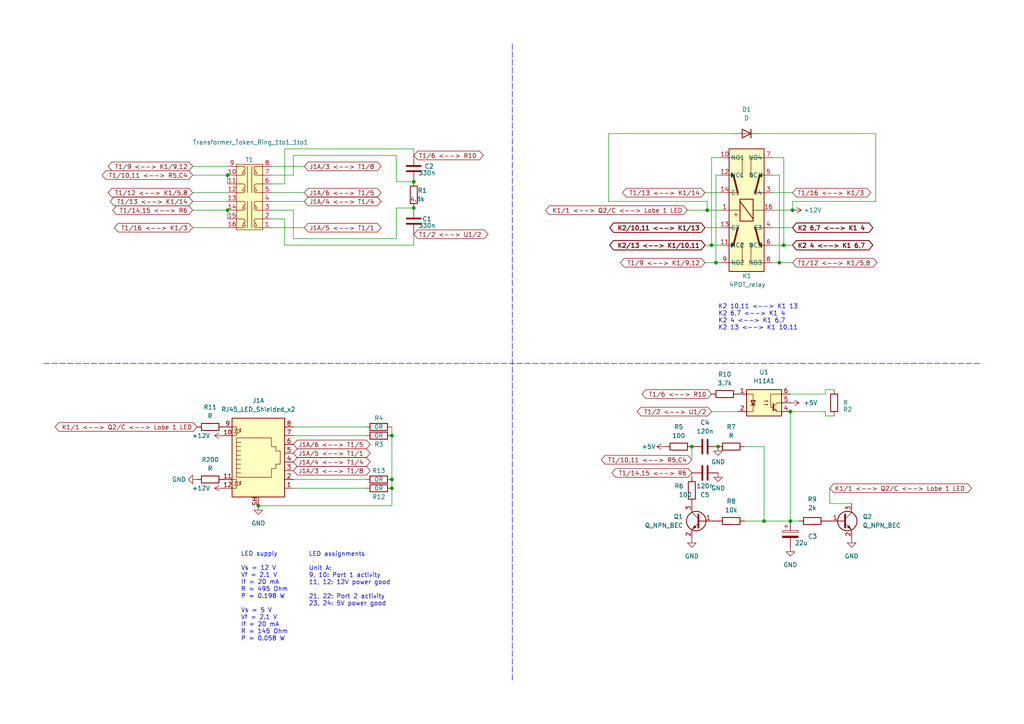
<source format=kicad_sch>
(kicad_sch (version 20211123) (generator eeschema)
  (paper "A4")
  (title_block (title "MAUreene 8226 - Token Ring MAU") (rev "1") (company "Author: Alexander Huemer") (comment 1 "https://github.com/blackbit42/MAUreene_8226") (comment 2 "License: CERN OHL-P-2.0") (comment 3 "A Token Ring (IEEE 802.5) Media Access Unit (MAU)") (comment 4 "Author: Alexander Huemer"))
  (lib_symbols
    (symbol "Connector:RJ45_LED_Shielded_x2"
      (property "Reference" "J" (at -5.08 13.97 0))
      (property "Value" "RJ45_LED_Shielded_x2" (at 1.27 13.97 0))
      (symbol "RJ45_LED_Shielded_x2_0_1"
        (polyline (pts (xy -7.62 -7.62) (xy -6.35 -7.62)))
        (polyline (pts (xy -7.62 -5.08) (xy -6.35 -5.08)))
        (polyline (pts (xy -7.62 7.62) (xy -6.35 7.62)))
        (polyline (pts (xy -7.62 10.16) (xy -6.35 10.16)))
        (polyline (pts (xy -6.858 -5.842) (xy -5.842 -5.842)))
        (polyline (pts (xy -6.858 9.398) (xy -5.842 9.398)))
        (polyline (pts (xy -6.35 -7.62) (xy -6.35 -6.858)))
        (polyline (pts (xy -6.35 -5.08) (xy -6.35 -5.842)))
        (polyline (pts (xy -6.35 7.62) (xy -6.35 8.382)))
        (polyline (pts (xy -6.35 10.16) (xy -6.35 9.398)))
        (polyline (pts (xy -5.08 -6.223) (xy -5.207 -6.604)))
        (polyline (pts (xy -5.08 -5.588) (xy -5.207 -5.969)))
        (polyline (pts (xy -5.08 4.445) (xy -6.35 4.445)))
        (polyline (pts (xy -5.08 5.715) (xy -6.35 5.715)))
        (polyline (pts (xy -5.08 9.017) (xy -5.207 8.636)))
        (polyline (pts (xy -5.08 9.652) (xy -5.207 9.271)))
        (polyline (pts (xy -6.35 -3.175) (xy -5.08 -3.175) (xy -5.08 -3.175)))
        (polyline (pts (xy -6.35 -1.905) (xy -5.08 -1.905) (xy -5.08 -1.905)))
        (polyline (pts (xy -6.35 -0.635) (xy -5.08 -0.635) (xy -5.08 -0.635)))
        (polyline (pts (xy -6.35 0.635) (xy -5.08 0.635) (xy -5.08 0.635)))
        (polyline (pts (xy -6.35 1.905) (xy -5.08 1.905) (xy -5.08 1.905)))
        (polyline (pts (xy -5.588 -6.731) (xy -5.08 -6.223) (xy -5.461 -6.35)))
        (polyline (pts (xy -5.588 -6.096) (xy -5.08 -5.588) (xy -5.461 -5.715)))
        (polyline (pts (xy -5.588 8.509) (xy -5.08 9.017) (xy -5.461 8.89)))
        (polyline (pts (xy -5.588 9.144) (xy -5.08 9.652) (xy -5.461 9.525)))
        (polyline (pts (xy -5.08 3.175) (xy -6.35 3.175) (xy -6.35 3.175)))
        (polyline (pts (xy -6.35 -5.842) (xy -6.858 -6.858) (xy -5.842 -6.858) (xy -6.35 -5.842)))
        (polyline (pts (xy -6.35 9.398) (xy -6.858 8.382) (xy -5.842 8.382) (xy -6.35 9.398)))
        (polyline (pts (xy -6.35 -4.445) (xy -6.35 6.985) (xy 3.81 6.985) (xy 3.81 4.445) (xy 5.08 4.445) (xy 5.08 3.175) (xy 6.35 3.175) (xy 6.35 -0.635) (xy 5.08 -0.635) (xy 5.08 -1.905) (xy 3.81 -1.905) (xy 3.81 -4.445) (xy -6.35 -4.445) (xy -6.35 -4.445)))
        (rectangle (start 7.62 12.7) (end -7.62 -10.16) (stroke (width 0.254)) (fill (type background)))
      )
      (symbol "RJ45_LED_Shielded_x2_1_1"
        (pin passive line (at 10.16 -7.62 180) (length 2.54) (name "~") (number "1"))
        (pin passive line (at -10.16 7.62 0) (length 2.54) (name "~") (number "10"))
        (pin passive line (at -10.16 -5.08 0) (length 2.54) (name "~") (number "11"))
        (pin passive line (at -10.16 -7.62 0) (length 2.54) (name "~") (number "12"))
        (pin passive line (at 10.16 -5.08 180) (length 2.54) (name "~") (number "2"))
        (pin passive line (at 10.16 -2.54 180) (length 2.54) (name "~") (number "3"))
        (pin passive line (at 10.16 0 180) (length 2.54) (name "~") (number "4"))
        (pin passive line (at 10.16 2.54 180) (length 2.54) (name "~") (number "5"))
        (pin passive line (at 10.16 5.08 180) (length 2.54) (name "~") (number "6"))
        (pin passive line (at 10.16 7.62 180) (length 2.54) (name "~") (number "7"))
        (pin passive line (at 10.16 10.16 180) (length 2.54) (name "~") (number "8"))
        (pin passive line (at -10.16 10.16 0) (length 2.54) (name "~") (number "9"))
        (pin passive line (at 0 -12.7 90) (length 2.54) (name "~") (number "SH"))
      )
      (symbol "RJ45_LED_Shielded_x2_2_1"
        (pin passive line (at 10.16 -7.62 180) (length 2.54) (name "~") (number "13"))
        (pin passive line (at 10.16 -5.08 180) (length 2.54) (name "~") (number "14"))
        (pin passive line (at 10.16 -2.54 180) (length 2.54) (name "~") (number "15"))
        (pin passive line (at 10.16 0 180) (length 2.54) (name "~") (number "16"))
        (pin passive line (at 10.16 2.54 180) (length 2.54) (name "~") (number "17"))
        (pin passive line (at 10.16 5.08 180) (length 2.54) (name "~") (number "18"))
        (pin passive line (at 10.16 7.62 180) (length 2.54) (name "~") (number "19"))
        (pin passive line (at 10.16 10.16 180) (length 2.54) (name "~") (number "20"))
        (pin passive line (at -10.16 10.16 0) (length 2.54) (name "~") (number "21"))
        (pin passive line (at -10.16 7.62 0) (length 2.54) (name "~") (number "22"))
        (pin passive line (at -10.16 -5.08 0) (length 2.54) (name "~") (number "23"))
        (pin passive line (at -10.16 -7.62 0) (length 2.54) (name "~") (number "24"))
        (pin passive line (at 0 -12.7 90) (length 2.54) (name "~") (number "SH"))
      )
    )
    (symbol "Device:C" (pin_numbers hide) (pin_names (offset 0.254))
      (property "Reference" "C" (at 0.635 2.54 0))
      (property "Value" "C" (at 0.635 -2.54 0))
      (symbol "C_0_1"
        (polyline (pts (xy -2.032 -0.762) (xy 2.032 -0.762)) (stroke (width 0.508)))
        (polyline (pts (xy -2.032 0.762) (xy 2.032 0.762)) (stroke (width 0.508)))
      )
      (symbol "C_1_1"
        (pin passive line (at 0 3.81 270) (length 2.794) (name "~") (number "1"))
        (pin passive line (at 0 -3.81 90) (length 2.794) (name "~") (number "2"))
      )
    )
    (symbol "Device:C_Polarized" (pin_numbers hide) (pin_names (offset 0.254))
      (property "Reference" "C" (at 0.635 2.54 0))
      (property "Value" "C_Polarized" (at 0.635 -2.54 0))
      (symbol "C_Polarized_0_1"
        (rectangle (start -2.286 0.508) (end 2.286 1.016))
        (polyline (pts (xy -1.778 2.286) (xy -0.762 2.286)))
        (polyline (pts (xy -1.27 2.794) (xy -1.27 1.778)))
        (rectangle (start 2.286 -0.508) (end -2.286 -1.016) (fill (type outline)))
      )
      (symbol "C_Polarized_1_1"
        (pin passive line (at 0 3.81 270) (length 2.794) (name "~") (number "1"))
        (pin passive line (at 0 -3.81 90) (length 2.794) (name "~") (number "2"))
      )
    )
    (symbol "Device:D" (pin_numbers hide) (pin_names (offset 1.016) hide)
      (property "Reference" "D" (at 0 2.54 0))
      (property "Value" "D" (at 0 -2.54 0))
      (symbol "D_0_1"
        (polyline (pts (xy -1.27 1.27) (xy -1.27 -1.27)) (stroke (width 0.254)))
        (polyline (pts (xy 1.27 0) (xy -1.27 0)))
        (polyline (pts (xy 1.27 1.27) (xy 1.27 -1.27) (xy -1.27 0) (xy 1.27 1.27)) (stroke (width 0.254)))
      )
      (symbol "D_1_1"
        (pin passive line (at -3.81 0 0) (length 2.54) (name "K") (number "1"))
        (pin passive line (at 3.81 0 180) (length 2.54) (name "A") (number "2"))
      )
    )
    (symbol "Device:Q_NPN_BEC" (pin_names (offset 0) hide)
      (property "Reference" "Q" (at 5.08 1.27 0))
      (property "Value" "Q_NPN_BEC" (at 5.08 -1.27 0))
      (symbol "Q_NPN_BEC_0_1"
        (polyline (pts (xy 0.635 0.635) (xy 2.54 2.54)))
        (polyline (pts (xy 0.635 -0.635) (xy 2.54 -2.54) (xy 2.54 -2.54)))
        (polyline (pts (xy 0.635 1.905) (xy 0.635 -1.905) (xy 0.635 -1.905)) (stroke (width 0.508)))
        (polyline (pts (xy 1.27 -1.778) (xy 1.778 -1.27) (xy 2.286 -2.286) (xy 1.27 -1.778) (xy 1.27 -1.778)) (fill (type outline)))
        (circle (center 1.27 0) (radius 2.8194) (stroke (width 0.254)))
      )
      (symbol "Q_NPN_BEC_1_1"
        (pin input line (at -5.08 0 0) (length 5.715) (name "B") (number "1"))
        (pin passive line (at 2.54 -5.08 90) (length 2.54) (name "E") (number "2"))
        (pin passive line (at 2.54 5.08 270) (length 2.54) (name "C") (number "3"))
      )
    )
    (symbol "Device:R" (pin_numbers hide) (pin_names (offset 0))
      (property "Reference" "R" (at 2.032 0 90))
      (property "Value" "R" (at 0 0 90))
      (symbol "R_0_1"
        (rectangle (start -1.016 -2.54) (end 1.016 2.54) (stroke (width 0.254)))
      )
      (symbol "R_1_1"
        (pin passive line (at 0 3.81 270) (length 1.27) (name "~") (number "1"))
        (pin passive line (at 0 -3.81 90) (length 1.27) (name "~") (number "2"))
      )
    )
    (symbol "Token_Ring_MAU:4PDT_relay"
      (property "Reference" "K" (at 18.415 1.27 0))
      (property "Value" "4PDT_relay" (at 18.415 -1.27 0))
      (symbol "4PDT_relay_0_0"
        (text "+" (at 1.27 -3.175 0) (effects (font (size 1.27 1.27))))
      )
      (symbol "4PDT_relay_0_1"
        (rectangle (start -17.78 5.08) (end 17.78 -5.08) (stroke (width 0.254)) (fill (type background)))
        (rectangle (start -3.175 1.905) (end 3.175 -1.905) (stroke (width 0.254)))
        (polyline (pts (xy -10.16 -4.445) (xy -10.16 -5.08)))
        (polyline (pts (xy -10.16 3.81) (xy -5.08 2.54)) (stroke (width 0.508)))
        (polyline (pts (xy -10.16 4.445) (xy -10.16 5.08)))
        (polyline (pts (xy -5.08 -2.54) (xy -10.16 -3.81)) (stroke (width 0.508)))
        (polyline (pts (xy -5.08 -2.54) (xy -5.08 -5.08)))
        (polyline (pts (xy -5.08 5.08) (xy -5.08 2.54)))
        (polyline (pts (xy -2.54 -1.905) (xy 2.54 1.905)) (stroke (width 0.254)))
        (polyline (pts (xy 0 -5.08) (xy 0 -1.905)))
        (polyline (pts (xy 0 5.08) (xy 0 1.905)))
        (polyline (pts (xy 5.08 -2.54) (xy 5.08 -5.08)))
        (polyline (pts (xy 5.08 5.08) (xy 5.08 2.54)))
        (polyline (pts (xy 10.16 -4.445) (xy 10.16 -5.08)))
        (polyline (pts (xy 10.16 -3.81) (xy 5.08 -2.54)) (stroke (width 0.508)))
        (polyline (pts (xy 10.16 3.81) (xy 5.08 2.54)) (stroke (width 0.508)))
        (polyline (pts (xy 10.16 4.445) (xy 10.16 5.08)))
        (polyline (pts (xy -12.065 -1.27) (xy -15.24 -1.27) (xy -15.24 -5.08)))
        (polyline (pts (xy -12.065 1.27) (xy -15.24 1.27) (xy -15.24 5.08)))
        (polyline (pts (xy 12.065 -1.27) (xy 15.24 -1.27) (xy 15.24 -5.08)))
        (polyline (pts (xy 12.065 1.27) (xy 15.24 1.27) (xy 15.24 5.08)))
        (polyline (pts (xy -12.065 -1.27) (xy -9.525 -1.27) (xy -10.16 -1.905) (xy -10.795 -1.27)))
        (polyline (pts (xy -12.065 1.27) (xy -9.525 1.27) (xy -10.16 1.905) (xy -10.795 1.27)))
        (polyline (pts (xy -10.795 -4.445) (xy -9.525 -4.445) (xy -10.16 -3.81) (xy -10.795 -4.445)) (fill (type outline)))
        (polyline (pts (xy -9.525 4.445) (xy -10.795 4.445) (xy -10.16 3.81) (xy -9.525 4.445)) (fill (type outline)))
        (polyline (pts (xy 9.525 -4.445) (xy 10.795 -4.445) (xy 10.16 -3.81) (xy 9.525 -4.445)) (fill (type outline)))
        (polyline (pts (xy 10.795 4.445) (xy 9.525 4.445) (xy 10.16 3.81) (xy 10.795 4.445)) (fill (type outline)))
        (polyline (pts (xy 12.065 -1.27) (xy 9.525 -1.27) (xy 10.16 -1.905) (xy 10.795 -1.27)))
        (polyline (pts (xy 12.065 1.27) (xy 9.525 1.27) (xy 10.16 1.905) (xy 10.795 1.27)))
      )
      (symbol "4PDT_relay_1_1"
        (pin passive line (at 0 -7.62 90) (length 2.54) (name "~") (number "1"))
        (pin passive line (at -15.24 -7.62 90) (length 2.54) (name "NO1") (number "10"))
        (pin passive line (at 10.16 -7.62 90) (length 2.54) (name "NC2") (number "11"))
        (pin passive line (at -10.16 -7.62 90) (length 2.54) (name "NC1") (number "12"))
        (pin passive line (at 5.08 -7.62 90) (length 2.54) (name "C2") (number "13"))
        (pin passive line (at -5.08 -7.62 90) (length 2.54) (name "C1") (number "14"))
        (pin passive line (at 0 7.62 270) (length 2.54) (name "~") (number "16"))
        (pin passive line (at -5.08 7.62 270) (length 2.54) (name "C4") (number "3"))
        (pin passive line (at 5.08 7.62 270) (length 2.54) (name "C3") (number "4"))
        (pin passive line (at -10.16 7.62 270) (length 2.54) (name "NC4") (number "5"))
        (pin passive line (at 10.16 7.62 270) (length 2.54) (name "NC3") (number "6"))
        (pin passive line (at -15.24 7.62 270) (length 2.54) (name "NO4") (number "7"))
        (pin passive line (at 15.24 7.62 270) (length 2.54) (name "NO3") (number "8"))
        (pin passive line (at 15.24 -7.62 90) (length 2.54) (name "NO2") (number "9"))
      )
    )
    (symbol "Token_Ring_MAU:H11A1"
      (property "Reference" "U" (at -5.334 4.953 0))
      (property "Value" "H11A1" (at 0.635 4.953 0))
      (symbol "H11A1_1_1"
        (rectangle (start -5.08 3.81) (end 5.08 -3.81) (stroke (width 0.254)) (fill (type background)))
        (polyline (pts (xy -3.81 -0.635) (xy -2.54 -0.635)) (stroke (width 0.254)))
        (polyline (pts (xy 2.667 -1.397) (xy 3.81 -2.54)))
        (polyline (pts (xy 2.667 -1.143) (xy 3.81 0)))
        (polyline (pts (xy 3.81 -2.54) (xy 5.08 -2.54)))
        (polyline (pts (xy 3.81 0) (xy 5.08 0)))
        (polyline (pts (xy 2.667 -0.254) (xy 2.667 -2.286) (xy 2.667 -2.286)) (stroke (width 0.3556)))
        (polyline (pts (xy -5.08 -2.54) (xy -3.175 -2.54) (xy -3.175 2.54) (xy -5.08 2.54)))
        (polyline (pts (xy -3.175 -0.635) (xy -3.81 0.635) (xy -2.54 0.635) (xy -3.175 -0.635)) (stroke (width 0.254)))
        (polyline (pts (xy 3.683 -2.413) (xy 3.429 -1.905) (xy 3.175 -2.159) (xy 3.683 -2.413)))
        (polyline (pts (xy 5.08 2.54) (xy 1.905 2.54) (xy 1.905 -1.27) (xy 2.54 -1.27)))
        (polyline (pts (xy -0.127 -0.508) (xy 1.143 -0.508) (xy 0.762 -0.635) (xy 0.762 -0.381) (xy 1.143 -0.508)))
        (polyline (pts (xy -0.127 0.508) (xy 1.143 0.508) (xy 0.762 0.381) (xy 0.762 0.635) (xy 1.143 0.508)))
        (pin passive line (at -7.62 2.54 0) (length 2.54) (name "~") (number "1"))
        (pin passive line (at -7.62 -2.54 0) (length 2.54) (name "~") (number "2"))
        (pin no_connect line (at -5.08 0 0) (length 2.54) hide (name "NC") (number "3"))
        (pin passive line (at 7.62 -2.54 180) (length 2.54) (name "~") (number "4"))
        (pin passive line (at 7.62 0 180) (length 2.54) (name "~") (number "5"))
        (pin passive line (at 7.62 2.54 180) (length 2.54) (name "~") (number "6"))
      )
    )
    (symbol "Token_Ring_MAU:Transformer_Token_Ring_1to1_1to1" (pin_names hide)
      (property "Reference" "TR" (at 0 10.795 0))
      (property "Value" "Transformer_Token_Ring_1to1_1to1" (at 0 -12.065 0))
      (symbol "Transformer_Token_Ring_1to1_1to1_0_1"
        (rectangle (start -3.81 9.525) (end 3.81 -9.525) (fill (type background)))
        (arc (start -1.8676 -8.89) (mid -1.2689 -8.255) (end -1.8676 -7.62))
        (arc (start -1.8676 -7.62) (mid -1.2689 -6.985) (end -1.8676 -6.35))
        (arc (start -1.8676 -3.81) (mid -1.2689 -3.175) (end -1.8676 -2.54))
        (arc (start -1.8676 -2.54) (mid -1.2689 -1.905) (end -1.8676 -1.27))
        (arc (start -1.8676 1.27) (mid -1.2689 1.905) (end -1.8676 2.54))
        (arc (start -1.8676 2.54) (mid -1.2689 3.175) (end -1.8676 3.81))
        (arc (start -1.8676 6.35) (mid -1.2689 6.985) (end -1.8676 7.62))
        (arc (start -1.8676 7.62) (mid -1.2689 8.255) (end -1.8676 8.89))
        (polyline (pts (xy -3.81 -8.89) (xy -1.905 -8.89)))
        (polyline (pts (xy -3.81 -6.35) (xy -1.905 -6.35)))
        (polyline (pts (xy -3.81 -3.81) (xy -1.905 -3.81)))
        (polyline (pts (xy -3.81 -1.27) (xy -1.905 -1.27)))
        (polyline (pts (xy -3.81 1.27) (xy -1.905 1.27)))
        (polyline (pts (xy -3.81 3.81) (xy -1.905 3.81)))
        (polyline (pts (xy -3.81 6.35) (xy -1.905 6.35)))
        (polyline (pts (xy -3.81 8.89) (xy -1.905 8.89)))
        (polyline (pts (xy -0.635 -1.27) (xy -0.635 -8.89)))
        (polyline (pts (xy -0.635 8.89) (xy -0.635 1.27)))
        (polyline (pts (xy 0.635 -1.27) (xy 0.635 -8.89)))
        (polyline (pts (xy 0.635 8.89) (xy 0.635 1.27)))
        (polyline (pts (xy 3.81 -8.89) (xy 1.905 -8.89)))
        (polyline (pts (xy 3.81 -6.35) (xy 1.905 -6.35)))
        (polyline (pts (xy 3.81 -3.81) (xy 1.905 -3.81)))
        (polyline (pts (xy 3.81 -1.27) (xy 1.905 -1.27)))
        (polyline (pts (xy 3.81 1.27) (xy 1.905 1.27)))
        (polyline (pts (xy 3.81 3.81) (xy 1.905 3.81)))
        (polyline (pts (xy 3.81 6.35) (xy 1.905 6.35)))
        (polyline (pts (xy 3.81 8.89) (xy 1.905 8.89)))
        (arc (start 1.8676 -7.62) (mid 1.2689 -8.255) (end 1.8676 -8.89))
        (arc (start 1.8676 -6.35) (mid 1.2689 -6.985) (end 1.8676 -7.62))
        (arc (start 1.8676 -2.54) (mid 1.2689 -3.175) (end 1.8676 -3.81))
        (arc (start 1.8676 -1.27) (mid 1.2689 -1.905) (end 1.8676 -2.54))
        (arc (start 1.8676 2.54) (mid 1.2689 1.905) (end 1.8676 1.27))
        (arc (start 1.8676 3.81) (mid 1.2689 3.175) (end 1.8676 2.54))
        (arc (start 1.8676 7.62) (mid 1.2689 6.985) (end 1.8676 6.35))
        (arc (start 1.8676 8.89) (mid 1.2689 8.255) (end 1.8676 7.62))
      )
      (symbol "Transformer_Token_Ring_1to1_1to1_1_1"
        (circle (center -1.905 -6.985) (radius 0.1778))
        (circle (center -1.905 -1.905) (radius 0.1778))
        (circle (center -1.905 3.175) (radius 0.1778))
        (circle (center -1.905 8.255) (radius 0.1778))
        (circle (center 1.905 -6.985) (radius 0.1778))
        (circle (center 1.905 -1.905) (radius 0.1778))
        (circle (center 1.905 3.175) (radius 0.1778))
        (circle (center 1.905 8.255) (radius 0.1778))
        (pin passive line (at -6.35 8.89 0) (length 2.54) (name "1") (number "1"))
        (pin passive line (at 6.35 -6.35 180) (length 2.54) (name "10") (number "10"))
        (pin passive line (at 6.35 -3.81 180) (length 2.54) (name "11") (number "11"))
        (pin passive line (at 6.35 -1.27 180) (length 2.54) (name "12") (number "12"))
        (pin passive line (at 6.35 1.27 180) (length 2.54) (name "13") (number "13"))
        (pin passive line (at 6.35 3.81 180) (length 2.54) (name "14") (number "14"))
        (pin passive line (at 6.35 6.35 180) (length 2.54) (name "15") (number "15"))
        (pin passive line (at 6.35 8.89 180) (length 2.54) (name "16") (number "16"))
        (pin passive line (at -6.35 6.35 0) (length 2.54) (name "2") (number "2"))
        (pin passive line (at -6.35 3.81 0) (length 2.54) (name "3") (number "3"))
        (pin passive line (at -6.35 1.27 0) (length 2.54) (name "4") (number "4"))
        (pin passive line (at -6.35 -1.27 0) (length 2.54) (name "5") (number "5"))
        (pin passive line (at -6.35 -3.81 0) (length 2.54) (name "6") (number "6"))
        (pin passive line (at -6.35 -6.35 0) (length 2.54) (name "7") (number "7"))
        (pin passive line (at -6.35 -8.89 0) (length 2.54) (name "8") (number "8"))
        (pin passive line (at 6.35 -8.89 180) (length 2.54) (name "9") (number "9"))
      )
    )
    (symbol "power:+12V" (power) (pin_names (offset 0))
      (property "Value" "+12V" (at 0 3.556 0))
      (symbol "+12V_0_1"
        (polyline (pts (xy -0.762 1.27) (xy 0 2.54)))
        (polyline (pts (xy 0 0) (xy 0 2.54)))
        (polyline (pts (xy 0 2.54) (xy 0.762 1.27)))
      )
      (symbol "+12V_1_1"
        (pin power_in line (at 0 0 90) (length 0) hide (name "+12V") (number "1"))
      )
    )
    (symbol "power:+5V" (power) (pin_names (offset 0))
      (property "Value" "+5V" (at 0 3.556 0))
      (symbol "+5V_0_1"
        (polyline (pts (xy -0.762 1.27) (xy 0 2.54)))
        (polyline (pts (xy 0 0) (xy 0 2.54)))
        (polyline (pts (xy 0 2.54) (xy 0.762 1.27)))
      )
      (symbol "+5V_1_1"
        (pin power_in line (at 0 0 90) (length 0) hide (name "+5V") (number "1"))
      )
    )
    (symbol "power:GND" (power) (pin_names (offset 0))
      (property "Value" "GND" (at 0 -3.81 0))
      (symbol "GND_0_1"
        (polyline (pts (xy 0 0) (xy 0 -1.27) (xy 1.27 -1.27) (xy 0 -2.54) (xy -1.27 -1.27) (xy 0 -1.27)))
      )
      (symbol "GND_1_1"
        (pin power_in line (at 0 0 270) (length 0) hide (name "GND") (number "1"))
      )
    )
  )
  (junction (at 200.66 129.54))
  (junction (at 66.04 50.8))
  (junction (at 120.015 60.325))
  (junction (at 229.235 119.38))
  (junction (at 221.615 151.13))
  (junction (at 113.665 141.605))
  (junction (at 205.105 60.96))
  (junction (at 113.665 139.065))
  (junction (at 227.33 71.12))
  (junction (at 120.015 52.705))
  (junction (at 206.375 71.12))
  (junction (at 113.665 126.365))
  (junction (at 66.04 60.96))
  (junction (at 208.28 129.54))
  (junction (at 74.93 146.685))
  (junction (at 229.235 151.13))
  (junction (at 229.87 60.96))
  (junction (at 207.645 76.2))
  (junction (at 226.06 76.2))
  (wire (pts (xy 114.935 60.325) (xy 120.015 60.325)))
  (wire (pts (xy 224.155 50.8) (xy 226.06 50.8)))
  (wire (pts (xy 229.235 119.38) (xy 229.235 151.13)))
  (wire (pts (xy 113.665 139.065) (xy 113.665 141.605)))
  (wire (pts (xy 207.645 50.8) (xy 208.915 50.8)))
  (wire (pts (xy 254 58.42) (xy 229.87 58.42)))
  (wire (pts (xy 204.47 55.88) (xy 208.915 55.88)))
  (wire (pts (xy 227.33 71.12) (xy 227.33 45.72)))
  (wire (pts (xy 176.53 38.735) (xy 212.725 38.735)))
  (wire (pts (xy 55.88 48.26) (xy 66.04 48.26)))
  (wire (pts (xy 254 38.735) (xy 254 58.42)))
  (wire (pts (xy 82.55 43.18) (xy 120.015 43.18)))
  (wire (pts (xy 85.09 45.085) (xy 114.935 45.085)))
  (wire (pts (xy 221.615 129.54) (xy 221.615 151.13)))
  (wire (pts (xy 229.235 151.13) (xy 231.775 151.13)))
  (wire (pts (xy 55.88 66.04) (xy 66.04 66.04)))
  (wire (pts (xy 207.645 76.2) (xy 207.645 50.8)))
  (wire (pts (xy 215.9 151.13) (xy 221.615 151.13)))
  (wire (pts (xy 85.09 50.8) (xy 85.09 45.085)))
  (wire (pts (xy 226.06 76.2) (xy 226.06 50.8)))
  (wire (pts (xy 113.665 126.365) (xy 113.665 139.065)))
  (wire (pts (xy 224.155 76.2) (xy 226.06 76.2)))
  (wire (pts (xy 55.88 50.8) (xy 66.04 50.8)))
  (wire (pts (xy 106.045 123.825) (xy 85.09 123.825)))
  (wire (pts (xy 224.155 60.96) (xy 229.87 60.96)))
  (polyline (pts (xy 148.59 12.7) (xy 148.59 197.485)))
  (wire (pts (xy 206.375 71.12) (xy 206.375 45.72)))
  (wire (pts (xy 200.66 129.54) (xy 200.66 133.35)))
  (wire (pts (xy 78.74 55.88) (xy 88.265 55.88)))
  (wire (pts (xy 78.74 53.34) (xy 82.55 53.34)))
  (wire (pts (xy 78.74 66.04) (xy 88.265 66.04)))
  (wire (pts (xy 85.09 126.365) (xy 106.045 126.365)))
  (wire (pts (xy 220.345 38.735) (xy 254 38.735)))
  (wire (pts (xy 120.015 45.085) (xy 120.015 43.18)))
  (wire (pts (xy 113.665 123.825) (xy 113.665 126.365)))
  (wire (pts (xy 224.155 55.88) (xy 229.87 55.88)))
  (wire (pts (xy 241.935 120.65) (xy 239.395 120.65)))
  (wire (pts (xy 114.935 69.215) (xy 85.09 69.215)))
  (wire (pts (xy 215.9 129.54) (xy 221.615 129.54)))
  (wire (pts (xy 204.47 76.2) (xy 207.645 76.2)))
  (wire (pts (xy 229.87 58.42) (xy 229.87 60.96)))
  (wire (pts (xy 55.88 55.88) (xy 66.04 55.88)))
  (polyline (pts (xy 12.7 105.41) (xy 284.48 105.41)))
  (wire (pts (xy 206.375 45.72) (xy 208.915 45.72)))
  (wire (pts (xy 221.615 151.13) (xy 229.235 151.13)))
  (wire (pts (xy 240.665 146.05) (xy 240.665 141.605)))
  (wire (pts (xy 239.395 114.3) (xy 239.395 113.03)))
  (wire (pts (xy 78.74 50.8) (xy 85.09 50.8)))
  (wire (pts (xy 66.04 63.5) (xy 66.04 60.96)))
  (wire (pts (xy 200.66 137.16) (xy 200.66 138.43)))
  (wire (pts (xy 199.39 60.96) (xy 205.105 60.96)))
  (wire (pts (xy 247.015 146.05) (xy 240.665 146.05)))
  (wire (pts (xy 85.09 141.605) (xy 106.045 141.605)))
  (wire (pts (xy 239.395 120.65) (xy 239.395 119.38)))
  (wire (pts (xy 224.155 71.12) (xy 227.33 71.12)))
  (wire (pts (xy 229.87 66.04) (xy 224.155 66.04)))
  (wire (pts (xy 213.995 119.38) (xy 206.375 119.38)))
  (wire (pts (xy 206.375 71.12) (xy 208.915 71.12)))
  (wire (pts (xy 113.665 141.605) (xy 113.665 146.685)))
  (wire (pts (xy 114.935 52.705) (xy 120.015 52.705)))
  (wire (pts (xy 78.74 58.42) (xy 88.265 58.42)))
  (wire (pts (xy 227.33 45.72) (xy 224.155 45.72)))
  (wire (pts (xy 204.47 66.04) (xy 208.915 66.04)))
  (wire (pts (xy 229.235 114.3) (xy 239.395 114.3)))
  (wire (pts (xy 55.88 58.42) (xy 66.04 58.42)))
  (wire (pts (xy 239.395 113.03) (xy 241.935 113.03)))
  (wire (pts (xy 78.74 60.96) (xy 85.09 60.96)))
  (wire (pts (xy 204.47 71.12) (xy 206.375 71.12)))
  (wire (pts (xy 226.06 76.2) (xy 229.87 76.2)))
  (wire (pts (xy 120.015 71.12) (xy 120.015 67.945)))
  (wire (pts (xy 85.09 60.96) (xy 85.09 69.215)))
  (wire (pts (xy 74.93 146.685) (xy 113.665 146.685)))
  (wire (pts (xy 82.55 71.12) (xy 120.015 71.12)))
  (wire (pts (xy 78.74 48.26) (xy 88.265 48.26)))
  (wire (pts (xy 176.53 58.42) (xy 205.105 58.42)))
  (wire (pts (xy 66.04 53.34) (xy 66.04 50.8)))
  (wire (pts (xy 85.09 139.065) (xy 106.045 139.065)))
  (wire (pts (xy 227.33 71.12) (xy 229.87 71.12)))
  (wire (pts (xy 205.105 58.42) (xy 205.105 60.96)))
  (wire (pts (xy 208.915 76.2) (xy 207.645 76.2)))
  (wire (pts (xy 55.88 60.96) (xy 66.04 60.96)))
  (wire (pts (xy 229.235 119.38) (xy 239.395 119.38)))
  (wire (pts (xy 176.53 38.735) (xy 176.53 58.42)))
  (wire (pts (xy 114.935 69.215) (xy 114.935 60.325)))
  (wire (pts (xy 82.55 53.34) (xy 82.55 43.18)))
  (wire (pts (xy 205.105 60.96) (xy 208.915 60.96)))
  (wire (pts (xy 82.55 63.5) (xy 82.55 71.12)))
  (wire (pts (xy 114.935 45.085) (xy 114.935 52.705)))
  (wire (pts (xy 78.74 63.5) (xy 82.55 63.5)))
  (text "K2 10,11 <--> K1 13\nK2 6,7 <--> K1 4\nK2 4 <--> K1 6,7\nK2 13 <--> K1 10,11" (at 208.28 95.885 0) (effects (font (size 1.27 1.27)) (justify left bottom)))
  (text "LED assignments\n\nUnit A:\n9, 10: Port 1 activity\n11, 12: 12V power good\n\n21, 22: Port 2 activity\n23, 24: 5V power good" (at 89.535 175.895 0) (effects (font (size 1.27 1.27)) (justify left bottom)))
  (text "LED supply\n\nVs = 12 V\nVf = 2.1 V\nIf = 20 mA\nR = 495 Ohm\nP = 0.198 W\n\nVs = 5 V\nVf = 2.1 V\nIf = 20 mA\nR = 145 Ohm\nP = 0.058 W" (at 69.85 186.055 0) (effects (font (size 1.27 1.27)) (justify left bottom)))
  (global_label "T1{slash}10,11 <--> R5,C4" (shape bidirectional) (at 55.88 50.8 180) (property "Intersheet References" "${INTERSHEET_REFS}" (effects hide)))
  (global_label "J1A{slash}6 <--> T1{slash}5" (shape bidirectional) (at 88.265 55.88 0) (property "Intersheet References" "${INTERSHEET_REFS}" (effects hide)))
  (global_label "K1{slash}1 <--> Q2{slash}C <--> Lobe 1 LED" (shape bidirectional) (at 199.39 60.96 180) (property "Intersheet References" "${INTERSHEET_REFS}" (effects hide)))
  (global_label "T1{slash}16 <--> K1{slash}3" (shape bidirectional) (at 229.87 55.88 0) (property "Intersheet References" "${INTERSHEET_REFS}" (effects hide)))
  (global_label "K1{slash}1 <--> Q2{slash}C <--> Lobe 1 LED" (shape bidirectional) (at 57.15 123.825 180) (property "Intersheet References" "${INTERSHEET_REFS}" (effects hide)))
  (global_label "T1{slash}13 <--> K1{slash}14" (shape bidirectional) (at 55.88 58.42 180) (property "Intersheet References" "${INTERSHEET_REFS}" (effects hide)))
  (global_label "J1A{slash}3 <--> T1{slash}8" (shape bidirectional) (at 85.09 136.525 0) (property "Intersheet References" "${INTERSHEET_REFS}" (effects hide)))
  (global_label "T1{slash}2 <--> U1{slash}2" (shape bidirectional) (at 120.015 67.945 0) (property "Intersheet References" "${INTERSHEET_REFS}" (effects hide)))
  (global_label "T1{slash}12 <--> K1{slash}5,8" (shape bidirectional) (at 55.88 55.88 180) (property "Intersheet References" "${INTERSHEET_REFS}" (effects hide)))
  (global_label "J1A{slash}6 <--> T1{slash}5" (shape bidirectional) (at 85.09 128.905 0) (property "Intersheet References" "${INTERSHEET_REFS}" (effects hide)))
  (global_label "K2{slash}10,11 <--> K1{slash}13" (shape bidirectional) (at 204.47 66.04 180) (effects (font (thickness 0.254) bold)) (property "Intersheet References" "${INTERSHEET_REFS}" (effects hide)))
  (global_label "J1A{slash}5 <--> T1{slash}1" (shape bidirectional) (at 88.265 66.04 0) (property "Intersheet References" "${INTERSHEET_REFS}" (effects hide)))
  (global_label "T1{slash}9 <--> K1{slash}9,12" (shape bidirectional) (at 204.47 76.2 180) (property "Intersheet References" "${INTERSHEET_REFS}" (effects hide)))
  (global_label "J1A{slash}4 <--> T1{slash}4" (shape bidirectional) (at 88.265 58.42 0) (property "Intersheet References" "${INTERSHEET_REFS}" (effects hide)))
  (global_label "T1{slash}10,11 <--> R5,C4" (shape bidirectional) (at 200.66 133.35 180) (property "Intersheet References" "${INTERSHEET_REFS}" (effects hide)))
  (global_label "T1{slash}16 <--> K1{slash}3" (shape bidirectional) (at 55.88 66.04 180) (property "Intersheet References" "${INTERSHEET_REFS}" (effects hide)))
  (global_label "T1{slash}9 <--> K1{slash}9,12" (shape bidirectional) (at 55.88 48.26 180) (property "Intersheet References" "${INTERSHEET_REFS}" (effects hide)))
  (global_label "J1A{slash}5 <--> T1{slash}1" (shape bidirectional) (at 85.09 131.445 0) (property "Intersheet References" "${INTERSHEET_REFS}" (effects hide)))
  (global_label "T1{slash}14,15 <--> R6" (shape bidirectional) (at 200.66 137.16 180) (property "Intersheet References" "${INTERSHEET_REFS}" (effects hide)))
  (global_label "J1A{slash}3 <--> T1{slash}8" (shape bidirectional) (at 88.265 48.26 0) (property "Intersheet References" "${INTERSHEET_REFS}" (effects hide)))
  (global_label "T1{slash}13 <--> K1{slash}14" (shape bidirectional) (at 204.47 55.88 180) (property "Intersheet References" "${INTERSHEET_REFS}" (effects hide)))
  (global_label "T1{slash}12 <--> K1{slash}5,8" (shape bidirectional) (at 229.87 76.2 0) (property "Intersheet References" "${INTERSHEET_REFS}" (effects hide)))
  (global_label "K2 6,7 <--> K1 4" (shape bidirectional) (at 229.87 66.04 0) (effects (font (thickness 0.254) bold)) (property "Intersheet References" "${INTERSHEET_REFS}" (effects hide)))
  (global_label "T1{slash}14,15 <--> R6" (shape bidirectional) (at 55.88 60.96 180) (property "Intersheet References" "${INTERSHEET_REFS}" (effects hide)))
  (global_label "T1{slash}6 <--> R10" (shape bidirectional) (at 206.375 114.3 180) (property "Intersheet References" "${INTERSHEET_REFS}" (effects hide)))
  (global_label "T1{slash}6 <--> R10" (shape bidirectional) (at 120.015 45.085 0) (property "Intersheet References" "${INTERSHEET_REFS}" (effects hide)))
  (global_label "K2 4 <--> K1 6,7" (shape bidirectional) (at 229.87 71.12 0) (effects (font (thickness 0.254) bold)) (property "Intersheet References" "${INTERSHEET_REFS}" (effects hide)))
  (global_label "K1{slash}1 <--> Q2{slash}C <--> Lobe 1 LED" (shape bidirectional) (at 240.665 141.605 0) (property "Intersheet References" "${INTERSHEET_REFS}" (effects hide)))
  (global_label "T1{slash}2 <--> U1{slash}2" (shape bidirectional) (at 206.375 119.38 180) (property "Intersheet References" "${INTERSHEET_REFS}" (effects hide)))
  (global_label "K2{slash}13 <--> K1{slash}10,11" (shape bidirectional) (at 204.47 71.12 180) (effects (font (thickness 0.254) bold)) (property "Intersheet References" "${INTERSHEET_REFS}" (effects hide)))
  (global_label "J1A{slash}4 <--> T1{slash}4" (shape bidirectional) (at 85.09 133.985 0) (property "Intersheet References" "${INTERSHEET_REFS}" (effects hide)))
  (symbol (lib_id "Device:R") (at 60.96 139.065 90) (unit 1)
    (property "Reference" "R200" (at 60.96 133.35 90))
    (property "Value" "R" (at 60.96 135.89 90))
    (property "Footprint" "Resistor_SMD:R_0603_1608Metric_Pad0.98x0.95mm_HandSolder" (effects hide))
  )
  (symbol (lib_id "power:GND") (at 247.015 156.21 0) (unit 1)
    (property "Reference" "#PWR0134" (effects hide))
    (property "Value" "GND" (at 247.015 161.29 0))
  )
  (symbol (lib_id "Device:R") (at 109.855 126.365 90) (unit 1)
    (property "Reference" "R3" (at 109.855 128.905 90))
    (property "Value" "0R" (at 109.855 126.365 90))
    (property "Footprint" "Resistor_SMD:R_0603_1608Metric_Pad0.98x0.95mm_HandSolder" (effects hide))
  )
  (symbol (lib_id "Device:R") (at 109.855 123.825 90) (unit 1)
    (property "Reference" "R4" (at 109.855 121.285 90))
    (property "Value" "0R" (at 109.855 123.825 90))
    (property "Footprint" "Resistor_SMD:R_0603_1608Metric_Pad0.98x0.95mm_HandSolder" (effects hide))
  )
  (symbol (lib_id "Device:D") (at 216.535 38.735 180) (unit 1)
    (property "Reference" "D1" (at 216.535 31.75 0))
    (property "Value" "D" (at 216.535 34.29 0))
    (property "Footprint" "Diode_SMD:D_0805_2012Metric_Pad1.15x1.40mm_HandSolder" (effects hide))
  )
  (symbol (lib_id "power:+12V") (at 229.87 60.96 270) (unit 1)
    (property "Reference" "#PWR0115" (effects hide))
    (property "Value" "+12V" (at 233.045 60.9599 90) (effects (justify left)))
  )
  (symbol (lib_id "Device:C_Polarized") (at 229.235 154.94 0) (unit 1)
    (property "Reference" "C3" (at 234.315 155.575 0) (effects (justify left)))
    (property "Value" "22u" (at 230.505 157.48 0) (effects (justify left)))
    (property "Footprint" "Capacitor_Tantalum_SMD:CP_EIA-7343-31_Kemet-D_Pad2.25x2.55mm_HandSolder" (effects hide))
  )
  (symbol (lib_id "Device:R") (at 109.855 139.065 90) (unit 1)
    (property "Reference" "R13" (at 109.855 136.525 90))
    (property "Value" "0R" (at 109.855 139.065 90))
    (property "Footprint" "Resistor_SMD:R_0603_1608Metric_Pad0.98x0.95mm_HandSolder" (effects hide))
  )
  (symbol (lib_id "Device:R") (at 120.015 56.515 180) (unit 1)
    (property "Reference" "R1" (at 123.825 55.245 0) (effects (justify left)))
    (property "Value" "4.8k" (at 123.19 57.785 0) (effects (justify left)))
    (property "Footprint" "Resistor_SMD:R_1206_3216Metric_Pad1.30x1.75mm_HandSolder" (effects hide))
  )
  (symbol (lib_id "Device:Q_NPN_BEC") (at 203.2 151.13 0) (mirror y) (unit 1)
    (property "Reference" "Q1" (at 198.12 149.8599 0) (effects (justify left)))
    (property "Value" "Q_NPN_BEC" (at 198.12 152.3999 0) (effects (justify left)))
    (property "Footprint" "Package_TO_SOT_SMD:SOT-23" (effects hide))
  )
  (symbol (lib_id "Token_Ring_MAU:Transformer_Token_Ring_1to1_1to1") (at 72.39 57.15 180) (unit 1)
    (property "Reference" "T1" (at 71.12 46.355 0) (effects (justify right)))
    (property "Value" "Transformer_Token_Ring_1to1_1to1" (at 55.88 41.275 0) (effects (justify right)))
    (property "Footprint" "Token_Ring_MAU:Pulse PE-64974" (effects hide))
  )
  (symbol (lib_id "Device:R") (at 196.85 129.54 90) (unit 1)
    (property "Reference" "R5" (at 196.85 123.825 90))
    (property "Value" "100" (at 196.85 126.365 90))
    (property "Footprint" "Resistor_SMD:R_0603_1608Metric_Pad0.98x0.95mm_HandSolder" (effects hide))
  )
  (symbol (lib_id "Token_Ring_MAU:H11A1") (at 221.615 116.84 0) (unit 1)
    (property "Reference" "U1" (at 221.615 107.95 0))
    (property "Value" "H11A1" (at 221.615 110.49 0))
    (property "Footprint" "Package_DIP:DIP-6_W7.62mm" (effects hide))
    (property "Datasheet" "https://www.vishay.com/docs/83730/h11a1.pdf" (effects hide))
  )
  (symbol (lib_id "power:GND") (at 57.15 139.065 270) (unit 1)
    (property "Reference" "#PWR0113" (effects hide))
    (property "Value" "GND" (at 53.975 139.0649 90) (effects (justify right)))
  )
  (symbol (lib_id "power:GND") (at 208.28 137.16 0) (unit 1)
    (property "Reference" "#PWR0132" (effects hide))
    (property "Value" "GND" (at 208.28 141.605 0))
  )
  (symbol (lib_id "Device:R") (at 200.66 142.24 180) (unit 1)
    (property "Reference" "R6" (at 195.58 140.97 0) (effects (justify right)))
    (property "Value" "100" (at 196.85 143.51 0) (effects (justify right)))
    (property "Footprint" "Resistor_SMD:R_0603_1608Metric_Pad0.98x0.95mm_HandSolder" (effects hide))
  )
  (symbol (lib_id "power:GND") (at 200.66 156.21 0) (unit 1)
    (property "Reference" "#PWR0133" (effects hide))
    (property "Value" "GND" (at 200.66 161.29 0))
  )
  (symbol (lib_id "Device:C") (at 204.47 129.54 90) (unit 1)
    (property "Reference" "C4" (at 204.47 122.555 90))
    (property "Value" "120n" (at 204.47 125.095 90))
    (property "Footprint" "Capacitor_SMD:C_0603_1608Metric_Pad1.08x0.95mm_HandSolder" (effects hide))
  )
  (symbol (lib_id "power:+5V") (at 193.04 129.54 90) (mirror x) (unit 1)
    (property "Reference" "#PWR0131" (effects hide))
    (property "Value" "+5V" (at 186.055 129.54 90) (effects (justify right)))
  )
  (symbol (lib_id "power:GND") (at 229.235 158.75 0) (unit 1)
    (property "Reference" "#PWR0135" (effects hide))
    (property "Value" "GND" (at 229.235 163.83 0))
  )
  (symbol (lib_id "power:+12V") (at 64.77 141.605 90) (unit 1)
    (property "Reference" "#PWR0109" (effects hide))
    (property "Value" "+12V" (at 60.96 141.6049 90) (effects (justify left)))
  )
  (symbol (lib_id "power:GND") (at 74.93 146.685 0) (unit 1)
    (property "Reference" "#PWR0108" (effects hide))
    (property "Value" "GND" (at 74.93 151.765 0))
  )
  (symbol (lib_id "Device:R") (at 210.185 114.3 90) (unit 1)
    (property "Reference" "R10" (at 210.185 108.585 90))
    (property "Value" "3.7k" (at 210.185 111.125 90))
    (property "Footprint" "Resistor_SMD:R_0805_2012Metric_Pad1.20x1.40mm_HandSolder" (effects hide))
  )
  (symbol (lib_id "Device:R") (at 241.935 116.84 0) (unit 1)
    (property "Reference" "R2" (at 244.475 118.7449 0) (effects (justify left)))
    (property "Value" "R" (at 244.475 116.84 0) (effects (justify left)))
    (property "Footprint" "Resistor_SMD:R_1206_3216Metric_Pad1.30x1.75mm_HandSolder" (effects hide))
  )
  (symbol (lib_id "Device:Q_NPN_BEC") (at 244.475 151.13 0) (unit 1)
    (property "Reference" "Q2" (at 250.19 149.8599 0) (effects (justify left)))
    (property "Value" "Q_NPN_BEC" (at 250.19 152.3999 0) (effects (justify left)))
    (property "Footprint" "Package_TO_SOT_SMD:SOT-23" (effects hide))
  )
  (symbol (lib_id "Device:R") (at 235.585 151.13 270) (unit 1)
    (property "Reference" "R9" (at 235.585 144.78 90))
    (property "Value" "2k" (at 235.585 147.32 90))
    (property "Footprint" "Resistor_SMD:R_0603_1608Metric_Pad0.98x0.95mm_HandSolder" (effects hide))
  )
  (symbol (lib_id "Connector:RJ45_LED_Shielded_x2") (at 74.93 133.985 0) (unit 1)
    (property "Reference" "J1" (at 74.93 116.205 0))
    (property "Value" "RJ45_LED_Shielded_x2" (at 74.93 118.745 0))
    (property "Footprint" "Token_Ring_MAU:RJ45_Amphenol_RJHSE538X-02" (effects hide))
  )
  (symbol (lib_id "power:+12V") (at 64.77 126.365 90) (unit 1)
    (property "Reference" "#PWR0114" (effects hide))
    (property "Value" "+12V" (at 60.96 126.3649 90) (effects (justify left)))
  )
  (symbol (lib_id "Device:R") (at 109.855 141.605 90) (unit 1)
    (property "Reference" "R12" (at 109.855 144.145 90))
    (property "Value" "0R" (at 109.855 141.605 90))
    (property "Footprint" "Resistor_SMD:R_0603_1608Metric_Pad0.98x0.95mm_HandSolder" (effects hide))
  )
  (symbol (lib_id "Device:C") (at 204.47 137.16 90) (unit 1)
    (property "Reference" "C5" (at 204.47 143.51 90))
    (property "Value" "120n" (at 204.47 140.97 90))
    (property "Footprint" "Capacitor_SMD:C_0603_1608Metric_Pad1.08x0.95mm_HandSolder" (effects hide))
  )
  (symbol (lib_id "Token_Ring_MAU:4PDT_relay") (at 216.535 60.96 270) (unit 1)
    (property "Reference" "K1" (at 215.2649 80.01 90) (effects (justify left)))
    (property "Value" "4PDT_relay" (at 211.455 82.55 90) (effects (justify left)))
    (property "Footprint" "Token_Ring_MAU:4PDT_Relay" (effects hide))
  )
  (symbol (lib_id "power:GND") (at 208.28 129.54 0) (unit 1)
    (property "Reference" "#PWR0129" (effects hide))
    (property "Value" "GND" (at 208.28 133.985 0))
  )
  (symbol (lib_id "Device:R") (at 60.96 123.825 90) (unit 1)
    (property "Reference" "R11" (at 60.96 118.11 90))
    (property "Value" "R" (at 60.96 120.65 90))
    (property "Footprint" "Resistor_SMD:R_0603_1608Metric_Pad0.98x0.95mm_HandSolder" (effects hide))
  )
  (symbol (lib_id "Device:C") (at 120.015 48.895 0) (unit 1)
    (property "Reference" "C2" (at 124.46 48.26 0))
    (property "Value" "330n" (at 123.825 50.165 0))
    (property "Footprint" "Capacitor_SMD:C_1812_4532Metric_Pad1.57x3.40mm_HandSolder" (effects hide))
  )
  (symbol (lib_id "Device:R") (at 212.09 151.13 90) (unit 1)
    (property "Reference" "R8" (at 212.09 145.415 90))
    (property "Value" "10k" (at 212.09 147.955 90))
    (property "Footprint" "Resistor_SMD:R_0603_1608Metric_Pad0.98x0.95mm_HandSolder" (effects hide))
  )
  (symbol (lib_id "power:+5V") (at 229.235 116.84 270) (unit 1)
    (property "Reference" "#PWR0130" (effects hide))
    (property "Value" "+5V" (at 233.045 116.8399 90) (effects (justify left)))
  )
  (symbol (lib_id "Device:C") (at 120.015 64.135 0) (mirror y) (unit 1)
    (property "Reference" "C1" (at 123.825 63.5 0))
    (property "Value" "330n" (at 123.825 65.405 0))
    (property "Footprint" "Capacitor_SMD:C_1812_4532Metric_Pad1.57x3.40mm_HandSolder" (effects hide))
  )
  (symbol (lib_id "Device:R") (at 212.09 129.54 90) (unit 1)
    (property "Reference" "R7" (at 212.09 123.825 90))
    (property "Value" "R" (at 212.09 126.365 90))
    (property "Footprint" "Resistor_SMD:R_0603_1608Metric_Pad0.98x0.95mm_HandSolder" (effects hide))
  )
)
</source>
